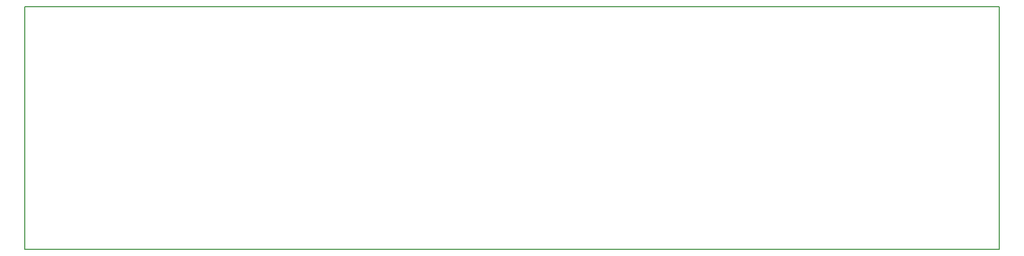
<source format=gm1>
G04 #@! TF.FileFunction,Profile,NP*
%FSLAX46Y46*%
G04 Gerber Fmt 4.6, Leading zero omitted, Abs format (unit mm)*
G04 Created by KiCad (PCBNEW 4.0.7-e2-6376~58~ubuntu17.04.1) date Mon Nov 20 17:12:01 2017*
%MOMM*%
%LPD*%
G01*
G04 APERTURE LIST*
%ADD10C,0.100000*%
%ADD11C,0.150000*%
G04 APERTURE END LIST*
D10*
D11*
X217500000Y-37500000D02*
X217500000Y-77500000D01*
X57500000Y-37500000D02*
X217500000Y-37500000D01*
X57500000Y-77500000D02*
X57500000Y-37500000D01*
X217500000Y-77500000D02*
X57500000Y-77500000D01*
M02*

</source>
